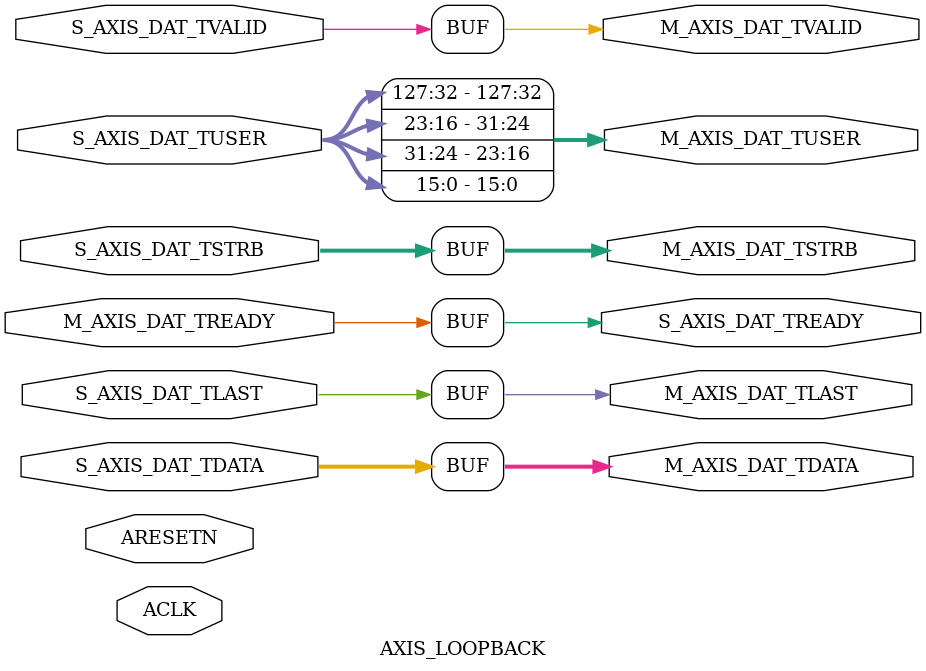
<source format=v>
module AXIS_LOOPBACK (
  input  wire         ACLK,
  input  wire         ARESETN,
  input  wire [32:0]  S_AXIS_DAT_TDATA,
  input  wire         S_AXIS_DAT_TVALID,
  input  wire [3:0]   S_AXIS_DAT_TSTRB,
  input  wire [127:0] S_AXIS_DAT_TUSER,
  input  wire         S_AXIS_DAT_TLAST,
  output wire         S_AXIS_DAT_TREADY,
  output wire [32:0]  M_AXIS_DAT_TDATA,
  output wire         M_AXIS_DAT_TVALID,
  output wire [3:0]   M_AXIS_DAT_TSTRB,
  output wire [127:0] M_AXIS_DAT_TUSER,
  output wire         M_AXIS_DAT_TLAST,
  input  wire         M_AXIS_DAT_TREADY
);
  assign M_AXIS_DAT_TDATA  = S_AXIS_DAT_TDATA;
  assign M_AXIS_DAT_TVALID = S_AXIS_DAT_TVALID;
  assign M_AXIS_DAT_TSTRB  = S_AXIS_DAT_TSTRB;
  assign M_AXIS_DAT_TUSER  = {S_AXIS_DAT_TUSER[127:32], S_AXIS_DAT_TUSER[23:16], S_AXIS_DAT_TUSER[31:24], S_AXIS_DAT_TUSER[15:0]};
  assign M_AXIS_DAT_TLAST  = S_AXIS_DAT_TLAST;
  assign S_AXIS_DAT_TREADY = M_AXIS_DAT_TREADY;
endmodule
</source>
